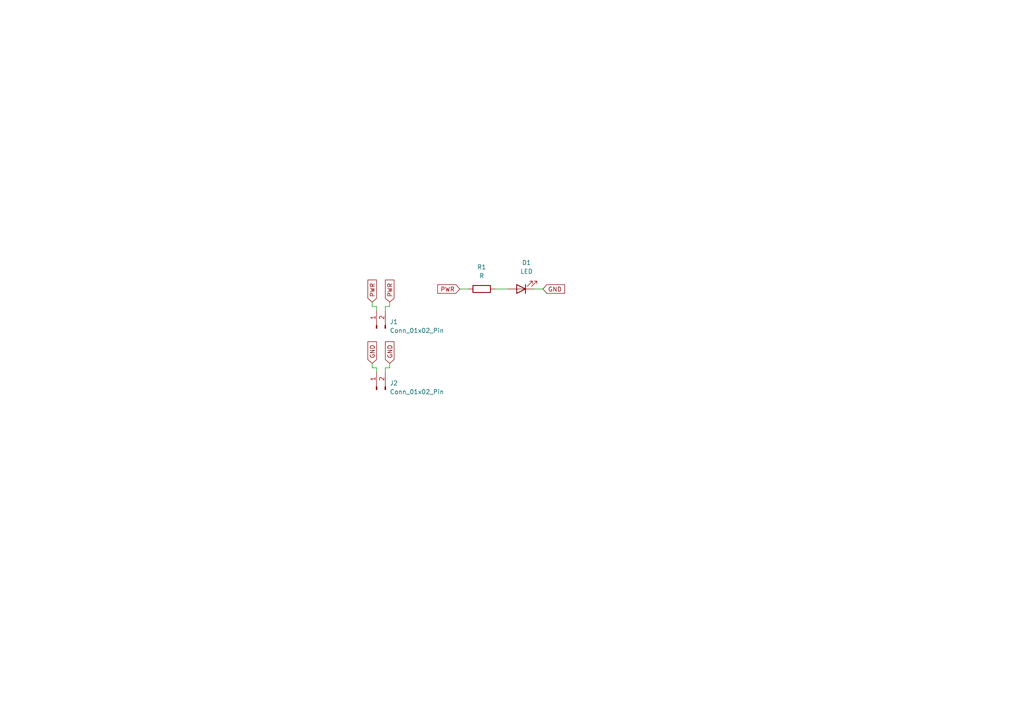
<source format=kicad_sch>
(kicad_sch
	(version 20250114)
	(generator "eeschema")
	(generator_version "9.0")
	(uuid "a86fef7a-008d-4a56-a6e3-e95b77f5d78c")
	(paper "A4")
	(lib_symbols
		(symbol "Connector:Conn_01x02_Pin"
			(pin_names
				(offset 1.016)
				(hide yes)
			)
			(exclude_from_sim no)
			(in_bom yes)
			(on_board yes)
			(property "Reference" "J"
				(at 0 2.54 0)
				(effects
					(font
						(size 1.27 1.27)
					)
				)
			)
			(property "Value" "Conn_01x02_Pin"
				(at 0 -5.08 0)
				(effects
					(font
						(size 1.27 1.27)
					)
				)
			)
			(property "Footprint" ""
				(at 0 0 0)
				(effects
					(font
						(size 1.27 1.27)
					)
					(hide yes)
				)
			)
			(property "Datasheet" "~"
				(at 0 0 0)
				(effects
					(font
						(size 1.27 1.27)
					)
					(hide yes)
				)
			)
			(property "Description" "Generic connector, single row, 01x02, script generated"
				(at 0 0 0)
				(effects
					(font
						(size 1.27 1.27)
					)
					(hide yes)
				)
			)
			(property "ki_locked" ""
				(at 0 0 0)
				(effects
					(font
						(size 1.27 1.27)
					)
				)
			)
			(property "ki_keywords" "connector"
				(at 0 0 0)
				(effects
					(font
						(size 1.27 1.27)
					)
					(hide yes)
				)
			)
			(property "ki_fp_filters" "Connector*:*_1x??_*"
				(at 0 0 0)
				(effects
					(font
						(size 1.27 1.27)
					)
					(hide yes)
				)
			)
			(symbol "Conn_01x02_Pin_1_1"
				(rectangle
					(start 0.8636 0.127)
					(end 0 -0.127)
					(stroke
						(width 0.1524)
						(type default)
					)
					(fill
						(type outline)
					)
				)
				(rectangle
					(start 0.8636 -2.413)
					(end 0 -2.667)
					(stroke
						(width 0.1524)
						(type default)
					)
					(fill
						(type outline)
					)
				)
				(polyline
					(pts
						(xy 1.27 0) (xy 0.8636 0)
					)
					(stroke
						(width 0.1524)
						(type default)
					)
					(fill
						(type none)
					)
				)
				(polyline
					(pts
						(xy 1.27 -2.54) (xy 0.8636 -2.54)
					)
					(stroke
						(width 0.1524)
						(type default)
					)
					(fill
						(type none)
					)
				)
				(pin passive line
					(at 5.08 0 180)
					(length 3.81)
					(name "Pin_1"
						(effects
							(font
								(size 1.27 1.27)
							)
						)
					)
					(number "1"
						(effects
							(font
								(size 1.27 1.27)
							)
						)
					)
				)
				(pin passive line
					(at 5.08 -2.54 180)
					(length 3.81)
					(name "Pin_2"
						(effects
							(font
								(size 1.27 1.27)
							)
						)
					)
					(number "2"
						(effects
							(font
								(size 1.27 1.27)
							)
						)
					)
				)
			)
			(embedded_fonts no)
		)
		(symbol "Device:LED"
			(pin_numbers
				(hide yes)
			)
			(pin_names
				(offset 1.016)
				(hide yes)
			)
			(exclude_from_sim no)
			(in_bom yes)
			(on_board yes)
			(property "Reference" "D"
				(at 0 2.54 0)
				(effects
					(font
						(size 1.27 1.27)
					)
				)
			)
			(property "Value" "LED"
				(at 0 -2.54 0)
				(effects
					(font
						(size 1.27 1.27)
					)
				)
			)
			(property "Footprint" ""
				(at 0 0 0)
				(effects
					(font
						(size 1.27 1.27)
					)
					(hide yes)
				)
			)
			(property "Datasheet" "~"
				(at 0 0 0)
				(effects
					(font
						(size 1.27 1.27)
					)
					(hide yes)
				)
			)
			(property "Description" "Light emitting diode"
				(at 0 0 0)
				(effects
					(font
						(size 1.27 1.27)
					)
					(hide yes)
				)
			)
			(property "Sim.Pins" "1=K 2=A"
				(at 0 0 0)
				(effects
					(font
						(size 1.27 1.27)
					)
					(hide yes)
				)
			)
			(property "ki_keywords" "LED diode"
				(at 0 0 0)
				(effects
					(font
						(size 1.27 1.27)
					)
					(hide yes)
				)
			)
			(property "ki_fp_filters" "LED* LED_SMD:* LED_THT:*"
				(at 0 0 0)
				(effects
					(font
						(size 1.27 1.27)
					)
					(hide yes)
				)
			)
			(symbol "LED_0_1"
				(polyline
					(pts
						(xy -3.048 -0.762) (xy -4.572 -2.286) (xy -3.81 -2.286) (xy -4.572 -2.286) (xy -4.572 -1.524)
					)
					(stroke
						(width 0)
						(type default)
					)
					(fill
						(type none)
					)
				)
				(polyline
					(pts
						(xy -1.778 -0.762) (xy -3.302 -2.286) (xy -2.54 -2.286) (xy -3.302 -2.286) (xy -3.302 -1.524)
					)
					(stroke
						(width 0)
						(type default)
					)
					(fill
						(type none)
					)
				)
				(polyline
					(pts
						(xy -1.27 0) (xy 1.27 0)
					)
					(stroke
						(width 0)
						(type default)
					)
					(fill
						(type none)
					)
				)
				(polyline
					(pts
						(xy -1.27 -1.27) (xy -1.27 1.27)
					)
					(stroke
						(width 0.254)
						(type default)
					)
					(fill
						(type none)
					)
				)
				(polyline
					(pts
						(xy 1.27 -1.27) (xy 1.27 1.27) (xy -1.27 0) (xy 1.27 -1.27)
					)
					(stroke
						(width 0.254)
						(type default)
					)
					(fill
						(type none)
					)
				)
			)
			(symbol "LED_1_1"
				(pin passive line
					(at -3.81 0 0)
					(length 2.54)
					(name "K"
						(effects
							(font
								(size 1.27 1.27)
							)
						)
					)
					(number "1"
						(effects
							(font
								(size 1.27 1.27)
							)
						)
					)
				)
				(pin passive line
					(at 3.81 0 180)
					(length 2.54)
					(name "A"
						(effects
							(font
								(size 1.27 1.27)
							)
						)
					)
					(number "2"
						(effects
							(font
								(size 1.27 1.27)
							)
						)
					)
				)
			)
			(embedded_fonts no)
		)
		(symbol "Device:R"
			(pin_numbers
				(hide yes)
			)
			(pin_names
				(offset 0)
			)
			(exclude_from_sim no)
			(in_bom yes)
			(on_board yes)
			(property "Reference" "R"
				(at 2.032 0 90)
				(effects
					(font
						(size 1.27 1.27)
					)
				)
			)
			(property "Value" "R"
				(at 0 0 90)
				(effects
					(font
						(size 1.27 1.27)
					)
				)
			)
			(property "Footprint" ""
				(at -1.778 0 90)
				(effects
					(font
						(size 1.27 1.27)
					)
					(hide yes)
				)
			)
			(property "Datasheet" "~"
				(at 0 0 0)
				(effects
					(font
						(size 1.27 1.27)
					)
					(hide yes)
				)
			)
			(property "Description" "Resistor"
				(at 0 0 0)
				(effects
					(font
						(size 1.27 1.27)
					)
					(hide yes)
				)
			)
			(property "ki_keywords" "R res resistor"
				(at 0 0 0)
				(effects
					(font
						(size 1.27 1.27)
					)
					(hide yes)
				)
			)
			(property "ki_fp_filters" "R_*"
				(at 0 0 0)
				(effects
					(font
						(size 1.27 1.27)
					)
					(hide yes)
				)
			)
			(symbol "R_0_1"
				(rectangle
					(start -1.016 -2.54)
					(end 1.016 2.54)
					(stroke
						(width 0.254)
						(type default)
					)
					(fill
						(type none)
					)
				)
			)
			(symbol "R_1_1"
				(pin passive line
					(at 0 3.81 270)
					(length 1.27)
					(name "~"
						(effects
							(font
								(size 1.27 1.27)
							)
						)
					)
					(number "1"
						(effects
							(font
								(size 1.27 1.27)
							)
						)
					)
				)
				(pin passive line
					(at 0 -3.81 90)
					(length 1.27)
					(name "~"
						(effects
							(font
								(size 1.27 1.27)
							)
						)
					)
					(number "2"
						(effects
							(font
								(size 1.27 1.27)
							)
						)
					)
				)
			)
			(embedded_fonts no)
		)
	)
	(wire
		(pts
			(xy 107.95 87.63) (xy 107.95 88.9)
		)
		(stroke
			(width 0)
			(type default)
		)
		(uuid "0c0c79a9-a31d-4d5e-9fbf-e8d4d0598e6e")
	)
	(wire
		(pts
			(xy 107.95 105.41) (xy 107.95 106.68)
		)
		(stroke
			(width 0)
			(type default)
		)
		(uuid "16186786-a820-4b9e-bcbc-b832a9c3c8fd")
	)
	(wire
		(pts
			(xy 133.35 83.82) (xy 135.89 83.82)
		)
		(stroke
			(width 0)
			(type default)
		)
		(uuid "1a5d9514-e877-40db-8c1a-d1c281127804")
	)
	(wire
		(pts
			(xy 109.22 88.9) (xy 109.22 90.17)
		)
		(stroke
			(width 0)
			(type default)
		)
		(uuid "1e6c2a7c-49cf-4973-89b6-c519ab6e1477")
	)
	(wire
		(pts
			(xy 113.03 87.63) (xy 113.03 88.9)
		)
		(stroke
			(width 0)
			(type default)
		)
		(uuid "48bd9a2b-a699-4029-8676-e94122ff38eb")
	)
	(wire
		(pts
			(xy 111.76 106.68) (xy 111.76 107.95)
		)
		(stroke
			(width 0)
			(type default)
		)
		(uuid "4ab58ba0-c9a4-4041-90f8-2ce501de95c8")
	)
	(wire
		(pts
			(xy 109.22 106.68) (xy 109.22 107.95)
		)
		(stroke
			(width 0)
			(type default)
		)
		(uuid "6f7db59e-7273-45e4-b5d3-7ddd17ff2a0d")
	)
	(wire
		(pts
			(xy 113.03 88.9) (xy 111.76 88.9)
		)
		(stroke
			(width 0)
			(type default)
		)
		(uuid "821a1b35-95e0-4756-90cf-e5d8c59c1d78")
	)
	(wire
		(pts
			(xy 154.94 83.82) (xy 157.48 83.82)
		)
		(stroke
			(width 0)
			(type default)
		)
		(uuid "9d1ba171-bebe-4b1d-b87a-bb595c71d8c5")
	)
	(wire
		(pts
			(xy 107.95 106.68) (xy 109.22 106.68)
		)
		(stroke
			(width 0)
			(type default)
		)
		(uuid "9d36bf35-12a8-43e9-8331-afb807187dc7")
	)
	(wire
		(pts
			(xy 113.03 105.41) (xy 113.03 106.68)
		)
		(stroke
			(width 0)
			(type default)
		)
		(uuid "b2f8fed5-a9ab-42f9-a06c-6a0b9ab06f8f")
	)
	(wire
		(pts
			(xy 143.51 83.82) (xy 147.32 83.82)
		)
		(stroke
			(width 0)
			(type default)
		)
		(uuid "c1c373e0-2e4d-430c-b0cd-9438325b3001")
	)
	(wire
		(pts
			(xy 113.03 106.68) (xy 111.76 106.68)
		)
		(stroke
			(width 0)
			(type default)
		)
		(uuid "c2b68eef-0e53-4900-8a09-22b511fdb273")
	)
	(wire
		(pts
			(xy 107.95 88.9) (xy 109.22 88.9)
		)
		(stroke
			(width 0)
			(type default)
		)
		(uuid "e33264be-bcac-4039-a0b5-bb0c4279a486")
	)
	(wire
		(pts
			(xy 111.76 88.9) (xy 111.76 90.17)
		)
		(stroke
			(width 0)
			(type default)
		)
		(uuid "f2bb9ebd-1158-4d78-8bcd-4271d3a956d0")
	)
	(global_label "PWR"
		(shape input)
		(at 133.35 83.82 180)
		(fields_autoplaced yes)
		(effects
			(font
				(size 1.27 1.27)
			)
			(justify right)
		)
		(uuid "0702783b-b3cc-4000-9962-0d6e9a0fac44")
		(property "Intersheetrefs" "${INTERSHEET_REFS}"
			(at 126.3734 83.82 0)
			(effects
				(font
					(size 1.27 1.27)
				)
				(justify right)
				(hide yes)
			)
		)
	)
	(global_label "GND"
		(shape input)
		(at 113.03 105.41 90)
		(fields_autoplaced yes)
		(effects
			(font
				(size 1.27 1.27)
			)
			(justify left)
		)
		(uuid "6bc8c2f8-eaf4-42d5-9926-696438046781")
		(property "Intersheetrefs" "${INTERSHEET_REFS}"
			(at 113.03 98.5543 90)
			(effects
				(font
					(size 1.27 1.27)
				)
				(justify left)
				(hide yes)
			)
		)
	)
	(global_label "PWR"
		(shape input)
		(at 107.95 87.63 90)
		(fields_autoplaced yes)
		(effects
			(font
				(size 1.27 1.27)
			)
			(justify left)
		)
		(uuid "8b0aac49-240e-4241-9a21-9e0d87ada7d7")
		(property "Intersheetrefs" "${INTERSHEET_REFS}"
			(at 107.95 80.6534 90)
			(effects
				(font
					(size 1.27 1.27)
				)
				(justify left)
				(hide yes)
			)
		)
	)
	(global_label "GND"
		(shape input)
		(at 107.95 105.41 90)
		(fields_autoplaced yes)
		(effects
			(font
				(size 1.27 1.27)
			)
			(justify left)
		)
		(uuid "adaa62a3-1767-4771-a716-f6b16b394b8e")
		(property "Intersheetrefs" "${INTERSHEET_REFS}"
			(at 107.95 98.5543 90)
			(effects
				(font
					(size 1.27 1.27)
				)
				(justify left)
				(hide yes)
			)
		)
	)
	(global_label "PWR"
		(shape input)
		(at 113.03 87.63 90)
		(fields_autoplaced yes)
		(effects
			(font
				(size 1.27 1.27)
			)
			(justify left)
		)
		(uuid "b7d5aa26-f4e5-4671-aa28-93d763da903e")
		(property "Intersheetrefs" "${INTERSHEET_REFS}"
			(at 113.03 80.6534 90)
			(effects
				(font
					(size 1.27 1.27)
				)
				(justify left)
				(hide yes)
			)
		)
	)
	(global_label "GND"
		(shape input)
		(at 157.48 83.82 0)
		(fields_autoplaced yes)
		(effects
			(font
				(size 1.27 1.27)
			)
			(justify left)
		)
		(uuid "cad8621a-2e48-492b-aef1-67cfae4711a9")
		(property "Intersheetrefs" "${INTERSHEET_REFS}"
			(at 164.3357 83.82 0)
			(effects
				(font
					(size 1.27 1.27)
				)
				(justify left)
				(hide yes)
			)
		)
	)
	(symbol
		(lib_id "Device:LED")
		(at 151.13 83.82 180)
		(unit 1)
		(exclude_from_sim no)
		(in_bom yes)
		(on_board yes)
		(dnp no)
		(fields_autoplaced yes)
		(uuid "9c53b1ce-b31d-464f-953f-9e929054893c")
		(property "Reference" "D1"
			(at 152.7175 76.2 0)
			(effects
				(font
					(size 1.27 1.27)
				)
			)
		)
		(property "Value" "LED"
			(at 152.7175 78.74 0)
			(effects
				(font
					(size 1.27 1.27)
				)
			)
		)
		(property "Footprint" "LED_THT:LED_D1.8mm_W3.3mm_H2.4mm"
			(at 151.13 83.82 0)
			(effects
				(font
					(size 1.27 1.27)
				)
				(hide yes)
			)
		)
		(property "Datasheet" "~"
			(at 151.13 83.82 0)
			(effects
				(font
					(size 1.27 1.27)
				)
				(hide yes)
			)
		)
		(property "Description" "Light emitting diode"
			(at 151.13 83.82 0)
			(effects
				(font
					(size 1.27 1.27)
				)
				(hide yes)
			)
		)
		(property "Sim.Pins" "1=K 2=A"
			(at 151.13 83.82 0)
			(effects
				(font
					(size 1.27 1.27)
				)
				(hide yes)
			)
		)
		(pin "1"
			(uuid "5510ed83-c36f-4d0d-abeb-0d0a3921d40b")
		)
		(pin "2"
			(uuid "b2e81883-42a5-4a3e-b942-86c615d5a98a")
		)
		(instances
			(project ""
				(path "/a86fef7a-008d-4a56-a6e3-e95b77f5d78c"
					(reference "D1")
					(unit 1)
				)
			)
		)
	)
	(symbol
		(lib_id "Connector:Conn_01x02_Pin")
		(at 109.22 95.25 90)
		(unit 1)
		(exclude_from_sim no)
		(in_bom yes)
		(on_board yes)
		(dnp no)
		(fields_autoplaced yes)
		(uuid "b3c6d32e-a23d-499e-bdf2-b20389c79d1c")
		(property "Reference" "J1"
			(at 113.03 93.3449 90)
			(effects
				(font
					(size 1.27 1.27)
				)
				(justify right)
			)
		)
		(property "Value" "Conn_01x02_Pin"
			(at 113.03 95.8849 90)
			(effects
				(font
					(size 1.27 1.27)
				)
				(justify right)
			)
		)
		(property "Footprint" "Connector_PinHeader_1.00mm:PinHeader_1x02_P1.00mm_Vertical"
			(at 109.22 95.25 0)
			(effects
				(font
					(size 1.27 1.27)
				)
				(hide yes)
			)
		)
		(property "Datasheet" "~"
			(at 109.22 95.25 0)
			(effects
				(font
					(size 1.27 1.27)
				)
				(hide yes)
			)
		)
		(property "Description" "Generic connector, single row, 01x02, script generated"
			(at 109.22 95.25 0)
			(effects
				(font
					(size 1.27 1.27)
				)
				(hide yes)
			)
		)
		(pin "2"
			(uuid "da2764b1-892a-4fad-b96c-02ec69cb7a16")
		)
		(pin "1"
			(uuid "c01330cc-40e5-477e-8fc9-2add9a7e00e9")
		)
		(instances
			(project ""
				(path "/a86fef7a-008d-4a56-a6e3-e95b77f5d78c"
					(reference "J1")
					(unit 1)
				)
			)
		)
	)
	(symbol
		(lib_id "Device:R")
		(at 139.7 83.82 90)
		(unit 1)
		(exclude_from_sim no)
		(in_bom yes)
		(on_board yes)
		(dnp no)
		(fields_autoplaced yes)
		(uuid "cb7111ac-eb5b-46f6-a3fc-150f581a09f5")
		(property "Reference" "R1"
			(at 139.7 77.47 90)
			(effects
				(font
					(size 1.27 1.27)
				)
			)
		)
		(property "Value" "R"
			(at 139.7 80.01 90)
			(effects
				(font
					(size 1.27 1.27)
				)
			)
		)
		(property "Footprint" "Library:Custom_PinHeader_1x02_P2.54mm_Vertical_Spaced_10mm"
			(at 139.7 85.598 90)
			(effects
				(font
					(size 1.27 1.27)
				)
				(hide yes)
			)
		)
		(property "Datasheet" "~"
			(at 139.7 83.82 0)
			(effects
				(font
					(size 1.27 1.27)
				)
				(hide yes)
			)
		)
		(property "Description" "Resistor"
			(at 139.7 83.82 0)
			(effects
				(font
					(size 1.27 1.27)
				)
				(hide yes)
			)
		)
		(pin "2"
			(uuid "822b3c0d-505e-4fc7-8abb-9c5af423314d")
		)
		(pin "1"
			(uuid "ec72c3bd-fdc4-435e-9ac6-fa5e97b9d82c")
		)
		(instances
			(project ""
				(path "/a86fef7a-008d-4a56-a6e3-e95b77f5d78c"
					(reference "R1")
					(unit 1)
				)
			)
		)
	)
	(symbol
		(lib_id "Connector:Conn_01x02_Pin")
		(at 109.22 113.03 90)
		(unit 1)
		(exclude_from_sim no)
		(in_bom yes)
		(on_board yes)
		(dnp no)
		(fields_autoplaced yes)
		(uuid "d842ea30-4d3f-4254-962f-c9026dfd3434")
		(property "Reference" "J2"
			(at 113.03 111.1249 90)
			(effects
				(font
					(size 1.27 1.27)
				)
				(justify right)
			)
		)
		(property "Value" "Conn_01x02_Pin"
			(at 113.03 113.6649 90)
			(effects
				(font
					(size 1.27 1.27)
				)
				(justify right)
			)
		)
		(property "Footprint" "Connector_PinHeader_1.00mm:PinHeader_1x02_P1.00mm_Vertical"
			(at 109.22 113.03 0)
			(effects
				(font
					(size 1.27 1.27)
				)
				(hide yes)
			)
		)
		(property "Datasheet" "~"
			(at 109.22 113.03 0)
			(effects
				(font
					(size 1.27 1.27)
				)
				(hide yes)
			)
		)
		(property "Description" "Generic connector, single row, 01x02, script generated"
			(at 109.22 113.03 0)
			(effects
				(font
					(size 1.27 1.27)
				)
				(hide yes)
			)
		)
		(pin "2"
			(uuid "43bf5df3-2dcb-45cc-bd37-77850bc0d782")
		)
		(pin "1"
			(uuid "d9649ae9-9860-4768-bc65-213f59179d63")
		)
		(instances
			(project "LED"
				(path "/a86fef7a-008d-4a56-a6e3-e95b77f5d78c"
					(reference "J2")
					(unit 1)
				)
			)
		)
	)
	(sheet_instances
		(path "/"
			(page "1")
		)
	)
	(embedded_fonts no)
)

</source>
